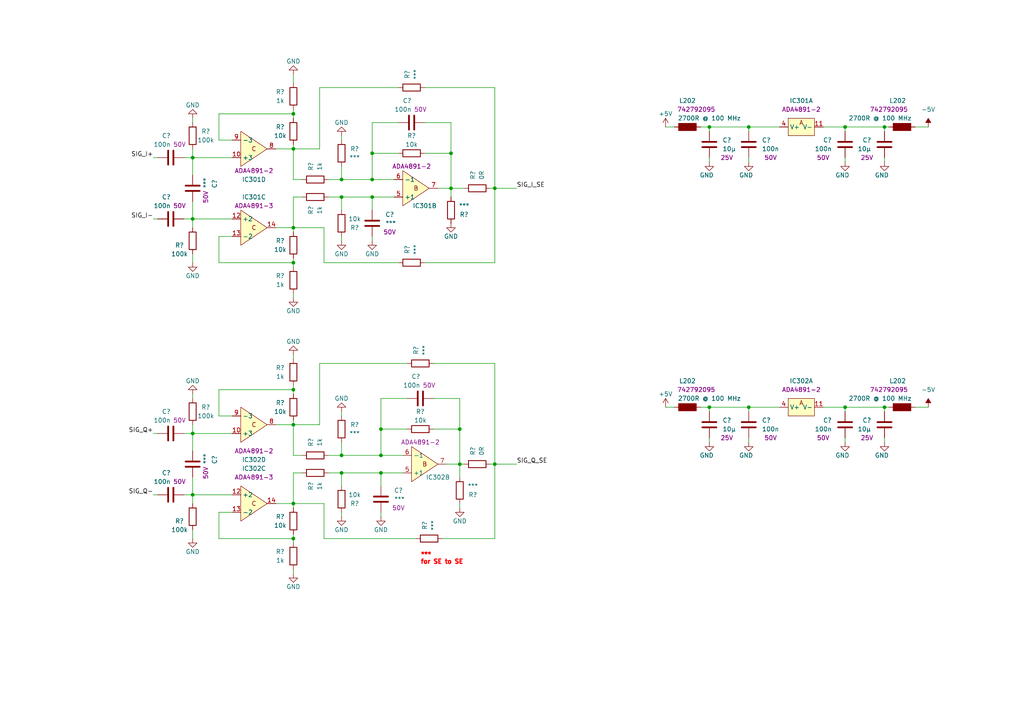
<source format=kicad_sch>
(kicad_sch (version 20230121) (generator eeschema)
  (paper "A4")
  (lib_symbols
    (symbol "ADA4891-3_1"
      (property "Reference" "IC" (at 0 10.16 0))
      (property "Part Number" "ADA4891-3" (at 0 7.62 0))
      (symbol "ADA4891-3_1_1_1"
        (rectangle (start -3.81 2.54) (end 3.81 -2.54) (fill (type background)))
        (text "A" (at 0 1.27 0) (effects (font (size 1.27 1.27))))
        (pin power_in line (at 6.35 0 180) (length 2.54) (name "V-") (number "11"))
        (pin power_in line (at -6.35 0 0) (length 2.54) (name "V+") (number "4"))
      )
      (symbol "ADA4891-3_1_2_1"
        (polyline (pts (xy -3.81 5.08) (xy -3.81 -5.08) (xy 3.81 0) (xy -3.81 5.08)) (fill (type background)))
        (text "B" (at 0 0 0) (effects (font (size 1.27 1.27))))
        (pin passive line (at -6.35 2.54 0) (length 2.54) (name "+1") (number "5"))
        (pin passive line (at -6.35 -2.54 0) (length 2.54) (name "-1") (number "6"))
        (pin passive line (at 6.35 0 180) (length 2.54) (name "") (number "7"))
      )
      (symbol "ADA4891-3_1_3_1"
        (polyline (pts (xy -3.81 5.08) (xy -3.81 -5.08) (xy 3.81 0) (xy -3.81 5.08)) (fill (type background)))
        (text "C" (at 0 0 0) (effects (font (size 1.27 1.27))))
        (pin input line (at -6.35 2.54 0) (length 2.54) (name "+2") (number "12"))
        (pin input line (at -6.35 -2.54 0) (length 2.54) (name "-2") (number "13"))
        (pin output line (at 6.35 0 180) (length 2.54) (name "") (number "14"))
      )
      (symbol "ADA4891-3_1_4_1"
        (polyline (pts (xy -3.81 5.08) (xy -3.81 -5.08) (xy 3.81 0) (xy -3.81 5.08)) (fill (type background)))
        (text "C" (at 0 0 0) (effects (font (size 1.27 1.27))))
        (pin input line (at -6.35 2.54 0) (length 2.54) (name "+3") (number "10"))
        (pin output line (at 6.35 0 180) (length 2.54) (name "") (number "8"))
        (pin input line (at -6.35 -2.54 0) (length 2.54) (name "-3") (number "9"))
      )
    )
    (symbol "ADA4891-3_2"
      (property "Reference" "IC" (at 0 10.16 0))
      (property "Part Number" "ADA4891-3" (at 0 7.62 0))
      (symbol "ADA4891-3_2_1_1"
        (rectangle (start -3.81 2.54) (end 3.81 -2.54) (fill (type background)))
        (text "A" (at 0 1.27 0) (effects (font (size 1.27 1.27))))
        (pin power_in line (at 6.35 0 180) (length 2.54) (name "V-") (number "11"))
        (pin power_in line (at -6.35 0 0) (length 2.54) (name "V+") (number "4"))
      )
      (symbol "ADA4891-3_2_2_1"
        (polyline (pts (xy -3.81 5.08) (xy -3.81 -5.08) (xy 3.81 0) (xy -3.81 5.08)) (fill (type background)))
        (text "B" (at 0 0 0) (effects (font (size 1.27 1.27))))
        (pin passive line (at -6.35 2.54 0) (length 2.54) (name "+1") (number "5"))
        (pin passive line (at -6.35 -2.54 0) (length 2.54) (name "-1") (number "6"))
        (pin passive line (at 6.35 0 180) (length 2.54) (name "") (number "7"))
      )
      (symbol "ADA4891-3_2_3_1"
        (polyline (pts (xy -3.81 5.08) (xy -3.81 -5.08) (xy 3.81 0) (xy -3.81 5.08)) (fill (type background)))
        (text "C" (at 0 0 0) (effects (font (size 1.27 1.27))))
        (pin input line (at -6.35 2.54 0) (length 2.54) (name "+2") (number "12"))
        (pin input line (at -6.35 -2.54 0) (length 2.54) (name "-2") (number "13"))
        (pin output line (at 6.35 0 180) (length 2.54) (name "") (number "14"))
      )
      (symbol "ADA4891-3_2_4_1"
        (polyline (pts (xy -3.81 5.08) (xy -3.81 -5.08) (xy 3.81 0) (xy -3.81 5.08)) (fill (type background)))
        (text "C" (at 0 0 0) (effects (font (size 1.27 1.27))))
        (pin input line (at -6.35 2.54 0) (length 2.54) (name "+3") (number "10"))
        (pin output line (at 6.35 0 180) (length 2.54) (name "") (number "8"))
        (pin input line (at -6.35 -2.54 0) (length 2.54) (name "-3") (number "9"))
      )
    )
    (symbol "BestParts_ICs:ADA4891-3"
      (property "Reference" "IC" (at 0 10.16 0))
      (property "Part Number" "ADA4891-2" (at 0 7.62 0))
      (symbol "ADA4891-3_1_1"
        (rectangle (start -3.81 2.54) (end 3.81 -2.54) (fill (type background)))
        (text "A" (at 0 1.27 0) (effects (font (size 1.27 1.27))))
        (pin power_in line (at 6.35 0 180) (length 2.54) (name "V-") (number "11"))
        (pin power_in line (at -6.35 0 0) (length 2.54) (name "V+") (number "4"))
      )
      (symbol "ADA4891-3_2_1"
        (polyline (pts (xy -3.81 5.08) (xy -3.81 -5.08) (xy 3.81 0) (xy -3.81 5.08)) (fill (type background)))
        (text "B" (at 0 0 0) (effects (font (size 1.27 1.27))))
        (pin passive line (at -6.35 2.54 0) (length 2.54) (name "+1") (number "5"))
        (pin passive line (at -6.35 -2.54 0) (length 2.54) (name "-1") (number "6"))
        (pin passive line (at 6.35 0 180) (length 2.54) (name "") (number "7"))
      )
      (symbol "ADA4891-3_3_1"
        (polyline (pts (xy -3.81 5.08) (xy -3.81 -5.08) (xy 3.81 0) (xy -3.81 5.08)) (fill (type background)))
        (text "C" (at 0 0 0) (effects (font (size 1.27 1.27))))
        (pin input line (at -6.35 2.54 0) (length 2.54) (name "+2") (number "12"))
        (pin output line (at 6.35 0 180) (length 2.54) (name "") (number "14"))
        (pin input line (at -6.35 -2.54 0) (length 2.54) (name "13") (number "6"))
      )
      (symbol "ADA4891-3_4_1"
        (polyline (pts (xy -3.81 5.08) (xy -3.81 -5.08) (xy 3.81 0) (xy -3.81 5.08)) (fill (type background)))
        (text "C" (at 0 0 0) (effects (font (size 1.27 1.27))))
        (pin input line (at -6.35 2.54 0) (length 2.54) (name "+3") (number "10"))
        (pin output line (at 6.35 0 180) (length 2.54) (name "") (number "8"))
        (pin input line (at -6.35 -2.54 0) (length 2.54) (name "-3") (number "9"))
      )
    )
    (symbol "Device:C" (pin_numbers hide) (pin_names (offset 0.254))
      (property "Reference" "C" (at 0.635 2.54 0))
      (property "Value" "C" (at 0.635 -2.54 0))
      (symbol "C_0_1"
        (polyline (pts (xy -2.032 -0.762) (xy 2.032 -0.762)) (stroke (width 0.508)))
        (polyline (pts (xy -2.032 0.762) (xy 2.032 0.762)) (stroke (width 0.508)))
      )
      (symbol "C_1_1"
        (pin passive line (at 0 3.81 270) (length 2.794) (name "~") (number "1"))
        (pin passive line (at 0 -3.81 90) (length 2.794) (name "~") (number "2"))
      )
    )
    (symbol "Device:R" (pin_numbers hide) (pin_names (offset 0))
      (property "Reference" "R" (at 2.032 0 90))
      (property "Value" "R" (at 0 0 90))
      (symbol "R_0_1"
        (rectangle (start -1.016 -2.54) (end 1.016 2.54) (stroke (width 0.254)))
      )
      (symbol "R_1_1"
        (pin passive line (at 0 3.81 270) (length 1.27) (name "~") (number "1"))
        (pin passive line (at 0 -3.81 90) (length 1.27) (name "~") (number "2"))
      )
    )
    (symbol "Ferrit_1" (pin_numbers hide)
      (property "Reference" "L" (at 0 2.54 0))
      (symbol "Ferrit_1_1_1"
        (rectangle (start -2.54 1.016) (end 2.54 -1.016) (stroke (width 0.254)) (fill (type outline)))
        (pin passive line (at -3.81 0 0) (length 1.27) (name "") (number "1"))
        (pin passive line (at 3.81 0 180) (length 1.27) (name "") (number "2"))
      )
    )
    (symbol "power:+5V" (power) (pin_names (offset 0))
      (property "Value" "+5V" (at 0 3.556 0))
      (symbol "+5V_0_1"
        (polyline (pts (xy -0.762 1.27) (xy 0 2.54)))
        (polyline (pts (xy 0 0) (xy 0 2.54)))
        (polyline (pts (xy 0 2.54) (xy 0.762 1.27)))
      )
      (symbol "+5V_1_1"
        (pin power_in line (at 0 0 90) (length 0) hide (name "+5V") (number "1"))
      )
    )
    (symbol "power:-5V" (power) (pin_names (offset 0))
      (property "Value" "-5V" (at 0 3.81 0))
      (symbol "-5V_0_0"
        (pin power_in line (at 0 0 90) (length 0) hide (name "-5V") (number "1"))
      )
      (symbol "-5V_0_1"
        (polyline (pts (xy 0 0) (xy 0 1.27) (xy 0.762 1.27) (xy 0 2.54) (xy -0.762 1.27) (xy 0 1.27)) (fill (type outline)))
      )
    )
    (symbol "power:GND" (power) (pin_names (offset 0))
      (property "Value" "GND" (at 0 -3.81 0))
      (symbol "GND_0_1"
        (polyline (pts (xy 0 0) (xy 0 -1.27) (xy 1.27 -1.27) (xy 0 -2.54) (xy -1.27 -1.27) (xy 0 -1.27)))
      )
      (symbol "GND_1_1"
        (pin power_in line (at 0 0 270) (length 0) hide (name "GND") (number "1"))
      )
    )
  )
  (junction (at 99.06 132.08))
  (junction (at 143.51 134.62))
  (junction (at 107.95 57.15))
  (junction (at 107.95 44.45))
  (junction (at 110.49 124.46))
  (junction (at 99.06 57.15))
  (junction (at 85.09 66.04))
  (junction (at 133.35 124.46))
  (junction (at 85.09 43.18))
  (junction (at 107.95 52.07))
  (junction (at 130.81 44.45))
  (junction (at 256.54 36.83))
  (junction (at 205.74 118.11))
  (junction (at 85.09 123.19))
  (junction (at 217.17 36.83))
  (junction (at 245.11 36.83))
  (junction (at 143.51 54.61))
  (junction (at 256.54 118.11))
  (junction (at 99.06 137.16))
  (junction (at 55.88 143.51))
  (junction (at 245.11 118.11))
  (junction (at 55.88 45.72))
  (junction (at 99.06 52.07))
  (junction (at 133.35 134.62))
  (junction (at 85.09 146.05))
  (junction (at 85.09 76.2))
  (junction (at 217.17 118.11))
  (junction (at 55.88 125.73))
  (junction (at 85.09 113.03))
  (junction (at 85.09 33.02))
  (junction (at 85.09 156.21))
  (junction (at 130.81 54.61))
  (junction (at 205.74 36.83))
  (junction (at 110.49 132.08))
  (junction (at 55.88 63.5))
  (junction (at 110.49 137.16))
  (wire (pts (xy 63.5 33.02) (xy 63.5 40.64)))
  (wire (pts (xy 107.95 44.45) (xy 107.95 52.07)))
  (wire (pts (xy 85.09 154.94) (xy 85.09 156.21)))
  (wire (pts (xy 85.09 165.1) (xy 85.09 166.37)))
  (wire (pts (xy 217.17 128.27) (xy 217.17 127)))
  (wire (pts (xy 123.19 35.56) (xy 130.81 35.56)))
  (wire (pts (xy 110.49 115.57) (xy 110.49 124.46)))
  (wire (pts (xy 85.09 43.18) (xy 85.09 52.07)))
  (wire (pts (xy 63.5 76.2) (xy 85.09 76.2)))
  (wire (pts (xy 80.01 146.05) (xy 85.09 146.05)))
  (wire (pts (xy 95.25 57.15) (xy 99.06 57.15)))
  (wire (pts (xy 80.01 66.04) (xy 85.09 66.04)))
  (wire (pts (xy 143.51 134.62) (xy 149.86 134.62)))
  (wire (pts (xy 55.88 43.18) (xy 55.88 45.72)))
  (wire (pts (xy 85.09 113.03) (xy 85.09 114.3)))
  (wire (pts (xy 133.35 134.62) (xy 134.62 134.62)))
  (wire (pts (xy 133.35 124.46) (xy 133.35 134.62)))
  (wire (pts (xy 265.43 118.11) (xy 269.24 118.11)))
  (wire (pts (xy 217.17 118.11) (xy 226.06 118.11)))
  (wire (pts (xy 80.01 123.19) (xy 85.09 123.19)))
  (wire (pts (xy 63.5 156.21) (xy 85.09 156.21)))
  (wire (pts (xy 245.11 36.83) (xy 245.11 38.1)))
  (wire (pts (xy 55.88 143.51) (xy 55.88 146.05)))
  (wire (pts (xy 55.88 45.72) (xy 67.31 45.72)))
  (wire (pts (xy 143.51 54.61) (xy 149.86 54.61)))
  (wire (pts (xy 55.88 45.72) (xy 55.88 50.8)))
  (wire (pts (xy 44.45 45.72) (xy 45.72 45.72)))
  (wire (pts (xy 63.5 148.59) (xy 67.31 148.59)))
  (wire (pts (xy 99.06 39.37) (xy 99.06 40.64)))
  (wire (pts (xy 107.95 52.07) (xy 114.3 52.07)))
  (wire (pts (xy 205.74 36.83) (xy 217.17 36.83)))
  (wire (pts (xy 95.25 137.16) (xy 99.06 137.16)))
  (wire (pts (xy 85.09 74.93) (xy 85.09 76.2)))
  (wire (pts (xy 130.81 54.61) (xy 130.81 57.15)))
  (wire (pts (xy 110.49 124.46) (xy 110.49 132.08)))
  (wire (pts (xy 85.09 57.15) (xy 85.09 66.04)))
  (wire (pts (xy 193.04 36.83) (xy 195.58 36.83)))
  (wire (pts (xy 55.88 114.3) (xy 55.88 115.57)))
  (wire (pts (xy 85.09 41.91) (xy 85.09 43.18)))
  (wire (pts (xy 129.54 134.62) (xy 133.35 134.62)))
  (wire (pts (xy 217.17 118.11) (xy 217.17 119.38)))
  (wire (pts (xy 55.88 63.5) (xy 67.31 63.5)))
  (wire (pts (xy 63.5 148.59) (xy 63.5 156.21)))
  (wire (pts (xy 63.5 40.64) (xy 67.31 40.64)))
  (wire (pts (xy 123.19 44.45) (xy 130.81 44.45)))
  (wire (pts (xy 93.98 156.21) (xy 120.65 156.21)))
  (wire (pts (xy 53.34 45.72) (xy 55.88 45.72)))
  (wire (pts (xy 143.51 54.61) (xy 143.51 76.2)))
  (wire (pts (xy 92.71 25.4) (xy 115.57 25.4)))
  (wire (pts (xy 256.54 128.27) (xy 256.54 127)))
  (wire (pts (xy 245.11 118.11) (xy 245.11 119.38)))
  (wire (pts (xy 95.25 132.08) (xy 99.06 132.08)))
  (wire (pts (xy 85.09 121.92) (xy 85.09 123.19)))
  (wire (pts (xy 55.88 153.67) (xy 55.88 156.21)))
  (wire (pts (xy 130.81 44.45) (xy 130.81 54.61)))
  (wire (pts (xy 53.34 125.73) (xy 55.88 125.73)))
  (wire (pts (xy 99.06 48.26) (xy 99.06 52.07)))
  (wire (pts (xy 205.74 118.11) (xy 217.17 118.11)))
  (wire (pts (xy 53.34 63.5) (xy 55.88 63.5)))
  (wire (pts (xy 93.98 146.05) (xy 93.98 156.21)))
  (wire (pts (xy 130.81 35.56) (xy 130.81 44.45)))
  (wire (pts (xy 127 54.61) (xy 130.81 54.61)))
  (wire (pts (xy 123.19 25.4) (xy 143.51 25.4)))
  (wire (pts (xy 99.06 68.58) (xy 99.06 69.85)))
  (wire (pts (xy 245.11 118.11) (xy 256.54 118.11)))
  (wire (pts (xy 110.49 137.16) (xy 110.49 140.97)))
  (wire (pts (xy 203.2 118.11) (xy 205.74 118.11)))
  (wire (pts (xy 85.09 146.05) (xy 93.98 146.05)))
  (wire (pts (xy 256.54 46.99) (xy 256.54 45.72)))
  (wire (pts (xy 238.76 118.11) (xy 245.11 118.11)))
  (wire (pts (xy 107.95 35.56) (xy 107.95 44.45)))
  (wire (pts (xy 44.45 143.51) (xy 45.72 143.51)))
  (wire (pts (xy 99.06 52.07) (xy 107.95 52.07)))
  (wire (pts (xy 107.95 57.15) (xy 107.95 60.96)))
  (wire (pts (xy 203.2 36.83) (xy 205.74 36.83)))
  (wire (pts (xy 55.88 125.73) (xy 55.88 130.81)))
  (wire (pts (xy 110.49 132.08) (xy 116.84 132.08)))
  (wire (pts (xy 85.09 57.15) (xy 87.63 57.15)))
  (wire (pts (xy 99.06 137.16) (xy 110.49 137.16)))
  (wire (pts (xy 133.35 134.62) (xy 133.35 138.43)))
  (wire (pts (xy 123.19 76.2) (xy 143.51 76.2)))
  (wire (pts (xy 107.95 44.45) (xy 115.57 44.45)))
  (wire (pts (xy 110.49 148.59) (xy 110.49 149.86)))
  (wire (pts (xy 265.43 36.83) (xy 269.24 36.83)))
  (wire (pts (xy 85.09 132.08) (xy 87.63 132.08)))
  (wire (pts (xy 55.88 63.5) (xy 55.88 66.04)))
  (wire (pts (xy 99.06 132.08) (xy 110.49 132.08)))
  (wire (pts (xy 92.71 105.41) (xy 118.11 105.41)))
  (wire (pts (xy 55.88 73.66) (xy 55.88 76.2)))
  (wire (pts (xy 99.06 57.15) (xy 99.06 60.96)))
  (wire (pts (xy 217.17 36.83) (xy 217.17 38.1)))
  (wire (pts (xy 99.06 148.59) (xy 99.06 149.86)))
  (wire (pts (xy 125.73 105.41) (xy 143.51 105.41)))
  (wire (pts (xy 205.74 128.27) (xy 205.74 127)))
  (wire (pts (xy 99.06 119.38) (xy 99.06 120.65)))
  (wire (pts (xy 63.5 68.58) (xy 67.31 68.58)))
  (wire (pts (xy 99.06 57.15) (xy 107.95 57.15)))
  (wire (pts (xy 55.88 138.43) (xy 55.88 143.51)))
  (wire (pts (xy 99.06 137.16) (xy 99.06 140.97)))
  (wire (pts (xy 143.51 25.4) (xy 143.51 54.61)))
  (wire (pts (xy 55.88 143.51) (xy 67.31 143.51)))
  (wire (pts (xy 217.17 46.99) (xy 217.17 45.72)))
  (wire (pts (xy 85.09 123.19) (xy 85.09 132.08)))
  (wire (pts (xy 85.09 85.09) (xy 85.09 86.36)))
  (wire (pts (xy 85.09 31.75) (xy 85.09 33.02)))
  (wire (pts (xy 55.88 58.42) (xy 55.88 63.5)))
  (wire (pts (xy 110.49 137.16) (xy 116.84 137.16)))
  (wire (pts (xy 63.5 113.03) (xy 63.5 120.65)))
  (wire (pts (xy 85.09 123.19) (xy 92.71 123.19)))
  (wire (pts (xy 142.24 54.61) (xy 143.51 54.61)))
  (wire (pts (xy 107.95 57.15) (xy 114.3 57.15)))
  (wire (pts (xy 93.98 76.2) (xy 115.57 76.2)))
  (wire (pts (xy 85.09 156.21) (xy 85.09 157.48)))
  (wire (pts (xy 85.09 66.04) (xy 85.09 67.31)))
  (wire (pts (xy 205.74 118.11) (xy 205.74 119.38)))
  (wire (pts (xy 193.04 118.11) (xy 195.58 118.11)))
  (wire (pts (xy 63.5 68.58) (xy 63.5 76.2)))
  (wire (pts (xy 238.76 36.83) (xy 245.11 36.83)))
  (wire (pts (xy 143.51 134.62) (xy 143.51 156.21)))
  (wire (pts (xy 256.54 36.83) (xy 257.81 36.83)))
  (wire (pts (xy 130.81 54.61) (xy 134.62 54.61)))
  (wire (pts (xy 125.73 115.57) (xy 133.35 115.57)))
  (wire (pts (xy 55.88 123.19) (xy 55.88 125.73)))
  (wire (pts (xy 63.5 120.65) (xy 67.31 120.65)))
  (wire (pts (xy 256.54 118.11) (xy 257.81 118.11)))
  (wire (pts (xy 92.71 105.41) (xy 92.71 123.19)))
  (wire (pts (xy 53.34 143.51) (xy 55.88 143.51)))
  (wire (pts (xy 110.49 124.46) (xy 118.11 124.46)))
  (wire (pts (xy 85.09 137.16) (xy 87.63 137.16)))
  (wire (pts (xy 55.88 34.29) (xy 55.88 35.56)))
  (wire (pts (xy 85.09 66.04) (xy 93.98 66.04)))
  (wire (pts (xy 256.54 118.11) (xy 256.54 119.38)))
  (wire (pts (xy 55.88 125.73) (xy 67.31 125.73)))
  (wire (pts (xy 85.09 111.76) (xy 85.09 113.03)))
  (wire (pts (xy 125.73 124.46) (xy 133.35 124.46)))
  (wire (pts (xy 85.09 43.18) (xy 92.71 43.18)))
  (wire (pts (xy 133.35 115.57) (xy 133.35 124.46)))
  (wire (pts (xy 99.06 128.27) (xy 99.06 132.08)))
  (wire (pts (xy 143.51 105.41) (xy 143.51 134.62)))
  (wire (pts (xy 85.09 52.07) (xy 87.63 52.07)))
  (wire (pts (xy 107.95 68.58) (xy 107.95 69.85)))
  (wire (pts (xy 63.5 33.02) (xy 85.09 33.02)))
  (wire (pts (xy 128.27 156.21) (xy 143.51 156.21)))
  (wire (pts (xy 93.98 66.04) (xy 93.98 76.2)))
  (wire (pts (xy 110.49 115.57) (xy 118.11 115.57)))
  (wire (pts (xy 85.09 76.2) (xy 85.09 77.47)))
  (wire (pts (xy 205.74 36.83) (xy 205.74 38.1)))
  (wire (pts (xy 63.5 113.03) (xy 85.09 113.03)))
  (wire (pts (xy 245.11 36.83) (xy 256.54 36.83)))
  (wire (pts (xy 85.09 146.05) (xy 85.09 147.32)))
  (wire (pts (xy 256.54 36.83) (xy 256.54 38.1)))
  (wire (pts (xy 245.11 46.99) (xy 245.11 45.72)))
  (wire (pts (xy 85.09 137.16) (xy 85.09 146.05)))
  (wire (pts (xy 95.25 52.07) (xy 99.06 52.07)))
  (wire (pts (xy 85.09 21.59) (xy 85.09 24.13)))
  (wire (pts (xy 107.95 35.56) (xy 115.57 35.56)))
  (wire (pts (xy 92.71 25.4) (xy 92.71 43.18)))
  (wire (pts (xy 133.35 146.05) (xy 133.35 147.32)))
  (wire (pts (xy 217.17 36.83) (xy 226.06 36.83)))
  (wire (pts (xy 85.09 102.87) (xy 85.09 104.14)))
  (wire (pts (xy 44.45 63.5) (xy 45.72 63.5)))
  (wire (pts (xy 142.24 134.62) (xy 143.51 134.62)))
  (wire (pts (xy 44.45 125.73) (xy 45.72 125.73)))
  (wire (pts (xy 205.74 46.99) (xy 205.74 45.72)))
  (wire (pts (xy 80.01 43.18) (xy 85.09 43.18)))
  (wire (pts (xy 245.11 128.27) (xy 245.11 127)))
  (wire (pts (xy 85.09 33.02) (xy 85.09 34.29)))
  (text "***\nfor SE to SE" (at 121.92 163.83 0) (effects (font (size 1.27 1.27) (thickness 0.4) bold) (justify left bottom)))
  (label "SIG_I_SE" (at 149.86 54.61 0))
  (label "SIG_I+" (at 44.45 45.72 180))
  (label "SIG_I-" (at 44.45 63.5 180))
  (label "SIG_Q+" (at 44.45 125.73 180))
  (label "SIG_Q-" (at 44.45 143.51 180))
  (label "SIG_Q_SE" (at 149.86 134.62 0))
  (symbol (lib_name "ADA4891-3_1") (lib_id "BestParts_ICs:ADA4891-3") (at 73.66 66.04 0) (unit 3)
    (property "Reference" "IC301" (at 73.66 57.15 0))
    (property "Value" "ADA4891-3" (effects hide))
    (property "Footprint" "BestParts_ICs:ADA4891-4 - SOIC-14" (effects hide))
    (property "Part Number" "ADA4891-3" (at 73.66 59.69 0))
    (property "Manufacturer" "Analog Devices" (effects hide))
  )
  (symbol (lib_name "Ferrit_1") (lib_id "BestParts_Inductors:Ferrit") (at 199.39 36.83 0) (unit 1)
    (property "Reference" "L202" (at 199.39 29.21 0))
    (property "Value" "2700R @ 100 MHz" (at 205.74 34.29 0))
    (property "Footprint" "BestParts_Resistors:R_0805" (effects hide))
    (property "Part Number" "742792095" (at 201.93 31.75 0))
    (instances (project "Analog_Calc_V2" (path "" (reference "L202") (unit 1)) (path "" (reference "L302") (unit 1))))
  )
  (symbol (lib_id "power:GND") (at 85.09 21.59 180) (unit 1)
    (property "Reference" "#PWR0313" (effects hide))
    (property "Value" "GND" (at 85.09 17.78 0))
  )
  (symbol (lib_id "Device:R") (at 99.06 124.46 0) (mirror x) (unit 1)
    (property "Reference" "R?" (at 102.87 123.19 0))
    (property "Value" "***" (at 102.87 125.73 0))
    (property "Footprint" "BestParts_Resistors:R_0603" (effects hide))
    (property "Part Number" "Generic" (effects hide))
    (instances (project "Analog_Calc_V2" (path "" (reference "R?") (unit 1)) (path "" (reference "R326") (unit 1))))
  )
  (symbol (lib_name "ADA4891-3_2") (lib_id "BestParts_ICs:ADA4891-3") (at 73.66 146.05 0) (unit 3)
    (property "Reference" "IC302" (at 73.66 135.89 0))
    (property "Value" "ADA4891-3" (effects hide))
    (property "Footprint" "BestParts_ICs:ADA4891-4 - SOIC-14" (effects hide))
    (property "Part Number" "ADA4891-3" (at 73.66 138.43 0))
    (property "Manufacturer" "Analog Devices" (effects hide))
  )
  (symbol (lib_id "power:GND") (at 205.74 46.99 0) (unit 1)
    (property "Reference" "#PWR0205" (effects hide))
    (property "Value" "GND" (at 207.01 50.8 0) (effects (justify right)))
    (instances (project "Analog_Calc_V2" (path "" (reference "#PWR0205") (unit 1)) (path "" (reference "#PWR0303") (unit 1))))
  )
  (symbol (lib_id "Device:C") (at 110.49 144.78 0) (mirror x) (unit 1)
    (property "Reference" "C?" (at 114.3 142.24 0) (effects (justify left)))
    (property "Value" "***" (at 114.3 144.78 0) (effects (justify left)))
    (property "Footprint" "BestParts_Caps:C_0603" (effects hide))
    (property "Voltage" "50V" (at 115.57 147.32 0))
    (instances (project "Analog_Calc_V2" (path "" (reference "C?") (unit 1)) (path "" (reference "C317") (unit 1))))
  )
  (symbol (lib_id "power:GND") (at 99.06 149.86 0) (unit 1)
    (property "Reference" "#PWR0321" (effects hide))
    (property "Value" "GND" (at 99.06 153.67 0))
  )
  (symbol (lib_id "Device:C") (at 205.74 123.19 0) (unit 1)
    (property "Reference" "C?" (at 209.55 121.92 0) (effects (justify left)))
    (property "Value" "10µ" (at 209.55 124.46 0) (effects (justify left)))
    (property "Footprint" "BestParts_Caps:C_0603" (effects hide))
    (property "Voltage" "25V" (at 210.82 127 0))
    (instances (project "Analog_Calc_V2" (path "" (reference "C?") (unit 1)) (path "" (reference "C402") (unit 1)) (path "" (reference "C305") (unit 1))))
  )
  (symbol (lib_id "Device:C") (at 49.53 63.5 90) (unit 1)
    (property "Reference" "C?" (at 49.53 57.15 90) (effects (justify left)))
    (property "Value" "100n" (at 49.53 59.69 90) (effects (justify left)))
    (property "Footprint" "BestParts_Caps:C_0603" (effects hide))
    (property "Voltage" "50V" (at 52.07 59.69 90))
    (instances (project "Analog_Calc_V2" (path "" (reference "C?") (unit 1)) (path "" (reference "C310") (unit 1))))
  )
  (symbol (lib_id "Device:R") (at 91.44 137.16 270) (unit 1)
    (property "Reference" "R?" (at 90.17 140.97 0))
    (property "Value" "1k" (at 92.71 140.97 0))
    (property "Footprint" "BestParts_Resistors:R_0603" (effects hide))
    (property "Part Number" "Generic" (effects hide))
    (instances (project "Analog_Calc_V2" (path "" (reference "R?") (unit 1)) (path "" (reference "R317") (unit 1))))
  )
  (symbol (lib_id "Device:R") (at 121.92 105.41 270) (mirror x) (unit 1)
    (property "Reference" "R?" (at 120.65 101.6 0))
    (property "Value" "***" (at 123.19 101.6 0))
    (property "Footprint" "BestParts_Resistors:R_0603" (effects hide))
    (property "Part Number" "Generic" (effects hide))
    (instances (project "Analog_Calc_V2" (path "" (reference "R?") (unit 1)) (path "" (reference "R322") (unit 1))))
  )
  (symbol (lib_id "power:GND") (at 256.54 128.27 0) (unit 1)
    (property "Reference" "#PWR0205" (effects hide))
    (property "Value" "GND" (at 257.81 132.08 0) (effects (justify right)))
    (instances (project "Analog_Calc_V2" (path "" (reference "#PWR0205") (unit 1)) (path "" (reference "#PWR0312") (unit 1))))
  )
  (symbol (lib_id "power:GND") (at 130.81 64.77 0) (unit 1)
    (property "Reference" "#PWR0328" (effects hide))
    (property "Value" "GND" (at 130.81 68.58 0))
  )
  (symbol (lib_id "Device:R") (at 55.88 149.86 180) (unit 1)
    (property "Reference" "R?" (at 52.07 151.13 0))
    (property "Value" "100k" (at 52.07 153.67 0))
    (property "Footprint" "BestParts_Resistors:R_0603" (effects hide))
    (property "Part Number" "Generic" (effects hide))
    (instances (project "Analog_Calc_V2" (path "" (reference "R?") (unit 1)) (path "" (reference "R319") (unit 1))))
  )
  (symbol (lib_id "Device:C") (at 119.38 35.56 90) (unit 1)
    (property "Reference" "C?" (at 119.38 29.21 90) (effects (justify left)))
    (property "Value" "100n" (at 119.38 31.75 90) (effects (justify left)))
    (property "Footprint" "BestParts_Caps:C_0603" (effects hide))
    (property "Voltage" "50V" (at 121.92 31.75 90))
    (instances (project "Analog_Calc_V2" (path "" (reference "C?") (unit 1)) (path "" (reference "C312") (unit 1))))
  )
  (symbol (lib_id "Device:R") (at 91.44 132.08 270) (mirror x) (unit 1)
    (property "Reference" "R?" (at 90.17 128.27 0))
    (property "Value" "1k" (at 92.71 128.27 0))
    (property "Footprint" "BestParts_Resistors:R_0603" (effects hide))
    (property "Part Number" "Generic" (effects hide))
    (instances (project "Analog_Calc_V2" (path "" (reference "R?") (unit 1)) (path "" (reference "R316") (unit 1))))
  )
  (symbol (lib_id "power:GND") (at 55.88 114.3 180) (unit 1)
    (property "Reference" "#PWR0320" (effects hide))
    (property "Value" "GND" (at 55.88 110.49 0))
  )
  (symbol (lib_id "Device:R") (at 99.06 44.45 0) (mirror x) (unit 1)
    (property "Reference" "R?" (at 102.87 43.18 0))
    (property "Value" "***" (at 102.87 45.72 0))
    (property "Footprint" "BestParts_Resistors:R_0603" (effects hide))
    (property "Part Number" "Generic" (effects hide))
    (instances (project "Analog_Calc_V2" (path "" (reference "R?") (unit 1)) (path "" (reference "R330") (unit 1))))
  )
  (symbol (lib_id "Device:R") (at 85.09 71.12 180) (unit 1)
    (property "Reference" "R?" (at 81.28 69.85 0))
    (property "Value" "10k" (at 81.28 72.39 0))
    (property "Footprint" "BestParts_Resistors:R_0603" (effects hide))
    (property "Part Number" "Generic" (effects hide))
    (instances (project "Analog_Calc_V2" (path "" (reference "R?") (unit 1)) (path "" (reference "R303") (unit 1))))
  )
  (symbol (lib_id "Device:R") (at 55.88 119.38 0) (mirror x) (unit 1)
    (property "Reference" "R?" (at 59.69 118.11 0))
    (property "Value" "100k" (at 59.69 120.65 0))
    (property "Footprint" "BestParts_Resistors:R_0603" (effects hide))
    (property "Part Number" "Generic" (effects hide))
    (instances (project "Analog_Calc_V2" (path "" (reference "R?") (unit 1)) (path "" (reference "R314") (unit 1))))
  )
  (symbol (lib_id "Device:R") (at 85.09 81.28 180) (unit 1)
    (property "Reference" "R?" (at 81.28 80.01 0))
    (property "Value" "1k" (at 81.28 82.55 0))
    (property "Footprint" "BestParts_Resistors:R_0603" (effects hide))
    (property "Part Number" "Generic" (effects hide))
    (instances (project "Analog_Calc_V2" (path "" (reference "R?") (unit 1)) (path "" (reference "R304") (unit 1))))
  )
  (symbol (lib_id "Device:R") (at 124.46 156.21 270) (mirror x) (unit 1)
    (property "Reference" "R?" (at 123.19 152.4 0))
    (property "Value" "***" (at 125.73 152.4 0))
    (property "Footprint" "BestParts_Resistors:R_0603" (effects hide))
    (property "Part Number" "Generic" (effects hide))
    (instances (project "Analog_Calc_V2" (path "" (reference "R?") (unit 1)) (path "" (reference "R323") (unit 1))))
  )
  (symbol (lib_id "Device:C") (at 205.74 41.91 0) (unit 1)
    (property "Reference" "C?" (at 209.55 40.64 0) (effects (justify left)))
    (property "Value" "10µ" (at 209.55 43.18 0) (effects (justify left)))
    (property "Footprint" "BestParts_Caps:C_0603" (effects hide))
    (property "Voltage" "25V" (at 210.82 45.72 0))
    (instances (project "Analog_Calc_V2" (path "" (reference "C?") (unit 1)) (path "" (reference "C402") (unit 1)) (path "" (reference "C301") (unit 1))))
  )
  (symbol (lib_id "Device:R") (at -55.88 118.11 90) (unit 1)
    (property "Reference" "R?" (at -57.15 115.57 90))
    (property "Value" "1k" (at -53.34 115.57 90))
    (property "Footprint" "BestParts_Resistors:R_0603" (effects hide))
    (property "Part Number" "Generic" (effects hide))
    (instances (project "Analog_Calc_V2" (path "" (reference "R?") (unit 1)) (path "" (reference "R313") (unit 1))))
  )
  (symbol (lib_id "Device:R") (at 91.44 57.15 270) (unit 1)
    (property "Reference" "R?" (at 90.17 60.96 0))
    (property "Value" "1k" (at 92.71 60.96 0))
    (property "Footprint" "BestParts_Resistors:R_0603" (effects hide))
    (property "Part Number" "Generic" (effects hide))
    (instances (project "Analog_Calc_V2" (path "" (reference "R?") (unit 1)) (path "" (reference "R307") (unit 1))))
  )
  (symbol (lib_id "power:GND") (at 55.88 76.2 0) (unit 1)
    (property "Reference" "#PWR0317" (effects hide))
    (property "Value" "GND" (at 55.88 80.01 0))
  )
  (symbol (lib_id "Device:R") (at 133.35 142.24 0) (unit 1)
    (property "Reference" "R?" (at 137.16 143.51 0))
    (property "Value" "***" (at 137.16 140.97 0))
    (property "Footprint" "BestParts_Resistors:R_0603" (effects hide))
    (property "Part Number" "Generic" (effects hide))
    (instances (project "Analog_Calc_V2" (path "" (reference "R?") (unit 1)) (path "" (reference "R325") (unit 1))))
  )
  (symbol (lib_id "Device:C") (at 256.54 123.19 0) (mirror y) (unit 1)
    (property "Reference" "C?" (at 252.73 121.92 0) (effects (justify left)))
    (property "Value" "10µ" (at 252.73 124.46 0) (effects (justify left)))
    (property "Footprint" "BestParts_Caps:C_0603" (effects hide))
    (property "Voltage" "25V" (at 251.46 127 0))
    (instances (project "Analog_Calc_V2" (path "" (reference "C?") (unit 1)) (path "" (reference "C402") (unit 1)) (path "" (reference "C308") (unit 1))))
  )
  (symbol (lib_id "Device:C") (at 49.53 143.51 90) (unit 1)
    (property "Reference" "C?" (at 49.53 137.16 90) (effects (justify left)))
    (property "Value" "100n" (at 49.53 139.7 90) (effects (justify left)))
    (property "Footprint" "BestParts_Caps:C_0603" (effects hide))
    (property "Voltage" "50V" (at 52.07 139.7 90))
    (instances (project "Analog_Calc_V2" (path "" (reference "C?") (unit 1)) (path "" (reference "C316") (unit 1))))
  )
  (symbol (lib_id "power:GND") (at 85.09 86.36 0) (unit 1)
    (property "Reference" "#PWR0314" (effects hide))
    (property "Value" "GND" (at 85.09 90.17 0))
  )
  (symbol (lib_id "BestParts_ICs:ADA4891-3") (at 232.41 36.83 0) (unit 1)
    (property "Reference" "IC301" (at 232.41 29.21 0))
    (property "Value" "ADA4891-3" (effects hide))
    (property "Footprint" "BestParts_ICs:ADA4891-4 - SOIC-14" (effects hide))
    (property "Part Number" "ADA4891-2" (at 232.41 31.75 0))
    (property "Manufacturer" "Analog Devices" (effects hide))
  )
  (symbol (lib_id "power:GND") (at 217.17 46.99 0) (unit 1)
    (property "Reference" "#PWR0205" (effects hide))
    (property "Value" "GND" (at 218.44 50.8 0) (effects (justify right)))
    (instances (project "Analog_Calc_V2" (path "" (reference "#PWR0205") (unit 1)) (path "" (reference "#PWR0304") (unit 1))))
  )
  (symbol (lib_id "Device:C") (at 217.17 123.19 0) (unit 1)
    (property "Reference" "C?" (at 220.98 121.92 0) (effects (justify left)))
    (property "Value" "100n" (at 220.98 124.46 0) (effects (justify left)))
    (property "Footprint" "BestParts_Caps:C_0603" (effects hide))
    (property "Voltage" "50V" (at 223.52 127 0))
    (instances (project "Analog_Calc_V2" (path "" (reference "C?") (unit 1)) (path "" (reference "C403") (unit 1)) (path "" (reference "C306") (unit 1))))
  )
  (symbol (lib_id "Device:R") (at 85.09 38.1 180) (unit 1)
    (property "Reference" "R?" (at 81.28 36.83 0))
    (property "Value" "10k" (at 81.28 39.37 0))
    (property "Footprint" "BestParts_Resistors:R_0603" (effects hide))
    (property "Part Number" "Generic" (effects hide))
    (instances (project "Analog_Calc_V2" (path "" (reference "R?") (unit 1)) (path "" (reference "R305") (unit 1))))
  )
  (symbol (lib_id "Device:R") (at 138.43 54.61 270) (mirror x) (unit 1)
    (property "Reference" "R?" (at 137.16 50.8 0))
    (property "Value" "0R" (at 139.7 50.8 0))
    (property "Footprint" "BestParts_Resistors:R_0603" (effects hide))
    (property "Part Number" "Generic" (effects hide))
    (instances (project "Analog_Calc_V2" (path "" (reference "R?") (unit 1)) (path "" (reference "R327") (unit 1))))
  )
  (symbol (lib_id "Device:R") (at 85.09 27.94 180) (unit 1)
    (property "Reference" "R?" (at 81.28 26.67 0))
    (property "Value" "1k" (at 81.28 29.21 0))
    (property "Footprint" "BestParts_Resistors:R_0603" (effects hide))
    (property "Part Number" "Generic" (effects hide))
    (instances (project "Analog_Calc_V2" (path "" (reference "R?") (unit 1)) (path "" (reference "R306") (unit 1))))
  )
  (symbol (lib_id "BestParts_ICs:ADA4891-3") (at 123.19 134.62 0) (mirror x) (unit 2)
    (property "Reference" "IC302" (at 127 138.43 0))
    (property "Value" "ADA4891-3" (effects hide))
    (property "Footprint" "BestParts_ICs:ADA4891-4 - SOIC-14" (effects hide))
    (property "Part Number" "ADA4891-2" (at 121.92 128.27 0))
    (property "Manufacturer" "Analog Devices" (effects hide))
  )
  (symbol (lib_id "Device:C") (at 49.53 125.73 90) (unit 1)
    (property "Reference" "C?" (at 49.53 119.38 90) (effects (justify left)))
    (property "Value" "100n" (at 49.53 121.92 90) (effects (justify left)))
    (property "Footprint" "BestParts_Caps:C_0603" (effects hide))
    (property "Voltage" "50V" (at 52.07 121.92 90))
    (instances (project "Analog_Calc_V2" (path "" (reference "C?") (unit 1)) (path "" (reference "C315") (unit 1))))
  )
  (symbol (lib_id "power:GND") (at 245.11 128.27 0) (unit 1)
    (property "Reference" "#PWR0205" (effects hide))
    (property "Value" "GND" (at 246.38 132.08 0) (effects (justify right)))
    (instances (project "Analog_Calc_V2" (path "" (reference "#PWR0205") (unit 1)) (path "" (reference "#PWR0311") (unit 1))))
  )
  (symbol (lib_id "Device:R") (at 121.92 124.46 90) (unit 1)
    (property "Reference" "R?" (at 121.92 119.38 90))
    (property "Value" "10k" (at 121.92 121.92 90))
    (property "Footprint" "BestParts_Resistors:R_0603" (effects hide))
    (property "Part Number" "Generic" (effects hide))
    (instances (project "Analog_Calc_V2" (path "" (reference "R?") (unit 1)) (path "" (reference "R315") (unit 1))))
  )
  (symbol (lib_id "Device:R") (at 119.38 76.2 270) (mirror x) (unit 1)
    (property "Reference" "R?" (at 118.11 72.39 0))
    (property "Value" "***" (at 120.65 72.39 0))
    (property "Footprint" "BestParts_Resistors:R_0603" (effects hide))
    (property "Part Number" "Generic" (effects hide))
    (instances (project "Analog_Calc_V2" (path "" (reference "R?") (unit 1)) (path "" (reference "R329") (unit 1))))
  )
  (symbol (lib_id "power:GND") (at 256.54 46.99 0) (unit 1)
    (property "Reference" "#PWR0205" (effects hide))
    (property "Value" "GND" (at 257.81 50.8 0) (effects (justify right)))
    (instances (project "Analog_Calc_V2" (path "" (reference "#PWR0205") (unit 1)) (path "" (reference "#PWR0306") (unit 1))))
  )
  (symbol (lib_name "Ferrit_1") (lib_id "BestParts_Inductors:Ferrit") (at 261.62 36.83 0) (unit 1)
    (property "Reference" "L202" (at 260.35 29.21 0))
    (property "Value" "2700R @ 100 MHz" (at 255.27 34.29 0))
    (property "Footprint" "BestParts_Resistors:R_0805" (effects hide))
    (property "Part Number" "742792095" (at 257.81 31.75 0))
    (instances (project "Analog_Calc_V2" (path "" (reference "L202") (unit 1)) (path "" (reference "L301") (unit 1))))
  )
  (symbol (lib_id "Device:C") (at 217.17 41.91 0) (unit 1)
    (property "Reference" "C?" (at 220.98 40.64 0) (effects (justify left)))
    (property "Value" "100n" (at 220.98 43.18 0) (effects (justify left)))
    (property "Footprint" "BestParts_Caps:C_0603" (effects hide))
    (property "Voltage" "50V" (at 223.52 45.72 0))
    (instances (project "Analog_Calc_V2" (path "" (reference "C?") (unit 1)) (path "" (reference "C403") (unit 1)) (path "" (reference "C302") (unit 1))))
  )
  (symbol (lib_id "power:GND") (at 55.88 34.29 180) (unit 1)
    (property "Reference" "#PWR0318" (effects hide))
    (property "Value" "GND" (at 55.88 30.48 0))
  )
  (symbol (lib_id "Device:C") (at 107.95 64.77 0) (mirror x) (unit 1)
    (property "Reference" "C?" (at 111.76 62.23 0) (effects (justify left)))
    (property "Value" "***" (at 111.76 64.77 0) (effects (justify left)))
    (property "Footprint" "BestParts_Caps:C_0603" (effects hide))
    (property "Voltage" "50V" (at 113.03 67.31 0))
    (instances (project "Analog_Calc_V2" (path "" (reference "C?") (unit 1)) (path "" (reference "C311") (unit 1))))
  )
  (symbol (lib_id "power:GND") (at 85.09 102.87 180) (unit 1)
    (property "Reference" "#PWR0319" (effects hide))
    (property "Value" "GND" (at 85.09 99.06 0))
  )
  (symbol (lib_id "power:GND") (at 217.17 128.27 0) (unit 1)
    (property "Reference" "#PWR0205" (effects hide))
    (property "Value" "GND" (at 218.44 132.08 0) (effects (justify right)))
    (instances (project "Analog_Calc_V2" (path "" (reference "#PWR0205") (unit 1)) (path "" (reference "#PWR0310") (unit 1))))
  )
  (symbol (lib_id "Device:R") (at 130.81 60.96 0) (unit 1)
    (property "Reference" "R?" (at 134.62 62.23 0))
    (property "Value" "***" (at 134.62 59.69 0))
    (property "Footprint" "BestParts_Resistors:R_0603" (effects hide))
    (property "Part Number" "Generic" (effects hide))
    (instances (project "Analog_Calc_V2" (path "" (reference "R?") (unit 1)) (path "" (reference "R331") (unit 1))))
  )
  (symbol (lib_id "power:GND") (at 110.49 149.86 0) (unit 1)
    (property "Reference" "#PWR0322" (effects hide))
    (property "Value" "GND" (at 110.49 153.67 0))
  )
  (symbol (lib_id "power:GND") (at 205.74 128.27 0) (unit 1)
    (property "Reference" "#PWR0205" (effects hide))
    (property "Value" "GND" (at 207.01 132.08 0) (effects (justify right)))
    (instances (project "Analog_Calc_V2" (path "" (reference "#PWR0205") (unit 1)) (path "" (reference "#PWR0309") (unit 1))))
  )
  (symbol (lib_id "power:-5V") (at 269.24 118.11 0) (unit 1)
    (property "Reference" "#PWR0211" (effects hide))
    (property "Value" "-5V" (at 269.24 113.03 0))
    (instances (project "Analog_Calc_V2" (path "" (reference "#PWR0211") (unit 1)) (path "" (reference "#PWR0308") (unit 1))))
  )
  (symbol (lib_id "BestParts_ICs:ADA4891-3") (at 232.41 118.11 0) (unit 1)
    (property "Reference" "IC302" (at 232.41 110.49 0))
    (property "Value" "ADA4891-3" (effects hide))
    (property "Footprint" "BestParts_ICs:ADA4891-4 - SOIC-14" (effects hide))
    (property "Part Number" "ADA4891-2" (at 232.41 113.03 0))
    (property "Manufacturer" "Analog Devices" (effects hide))
  )
  (symbol (lib_id "power:GND") (at 85.09 166.37 0) (unit 1)
    (property "Reference" "#PWR0324" (effects hide))
    (property "Value" "GND" (at 85.09 170.18 0))
  )
  (symbol (lib_id "power:+5V") (at 193.04 118.11 0) (unit 1)
    (property "Reference" "#PWR0203" (effects hide))
    (property "Value" "+5V" (at 193.04 114.3 0))
    (instances (project "Analog_Calc_V2" (path "" (reference "#PWR0203") (unit 1)) (path "" (reference "#PWR0307") (unit 1))))
  )
  (symbol (lib_id "Device:R") (at 99.06 64.77 0) (unit 1)
    (property "Reference" "R?" (at 102.87 66.04 0))
    (property "Value" "10k" (at 102.87 63.5 0))
    (property "Footprint" "BestParts_Resistors:R_0603" (effects hide))
    (property "Part Number" "Generic" (effects hide))
    (instances (project "Analog_Calc_V2" (path "" (reference "R?") (unit 1)) (path "" (reference "R308") (unit 1))))
  )
  (symbol (lib_id "power:GND") (at 107.95 69.85 0) (unit 1)
    (property "Reference" "#PWR0316" (effects hide))
    (property "Value" "GND" (at 107.95 73.66 0))
  )
  (symbol (lib_id "BestParts_ICs:ADA4891-3") (at 120.65 54.61 0) (mirror x) (unit 2)
    (property "Reference" "IC301" (at 123.19 59.69 0))
    (property "Value" "ADA4891-3" (effects hide))
    (property "Footprint" "BestParts_ICs:ADA4891-4 - SOIC-14" (effects hide))
    (property "Part Number" "ADA4891-2" (at 119.38 48.26 0))
    (property "Manufacturer" "Analog Devices" (effects hide))
  )
  (symbol (lib_id "Device:R") (at 85.09 161.29 180) (unit 1)
    (property "Reference" "R?" (at 81.28 160.02 0))
    (property "Value" "1k" (at 81.28 162.56 0))
    (property "Footprint" "BestParts_Resistors:R_0603" (effects hide))
    (property "Part Number" "Generic" (effects hide))
    (instances (project "Analog_Calc_V2" (path "" (reference "R?") (unit 1)) (path "" (reference "R321") (unit 1))))
  )
  (symbol (lib_id "Device:R") (at 85.09 118.11 180) (unit 1)
    (property "Reference" "R?" (at 81.28 116.84 0))
    (property "Value" "10k" (at 81.28 119.38 0))
    (property "Footprint" "BestParts_Resistors:R_0603" (effects hide))
    (property "Part Number" "Generic" (effects hide))
    (instances (project "Analog_Calc_V2" (path "" (reference "R?") (unit 1)) (path "" (reference "R312") (unit 1))))
  )
  (symbol (lib_id "Device:C") (at 55.88 134.62 0) (unit 1)
    (property "Reference" "C?" (at 62.23 134.62 90) (effects (justify left)))
    (property "Value" "***" (at 59.69 134.62 90) (effects (justify left)))
    (property "Footprint" "BestParts_Caps:C_0603" (effects hide))
    (property "Voltage" "50V" (at 59.69 137.16 90))
    (instances (project "Analog_Calc_V2" (path "" (reference "C?") (unit 1)) (path "" (reference "C319") (unit 1))))
  )
  (symbol (lib_id "Device:C") (at 256.54 41.91 0) (mirror y) (unit 1)
    (property "Reference" "C?" (at 252.73 40.64 0) (effects (justify left)))
    (property "Value" "10µ" (at 252.73 43.18 0) (effects (justify left)))
    (property "Footprint" "BestParts_Caps:C_0603" (effects hide))
    (property "Voltage" "25V" (at 251.46 45.72 0))
    (instances (project "Analog_Calc_V2" (path "" (reference "C?") (unit 1)) (path "" (reference "C402") (unit 1)) (path "" (reference "C303") (unit 1))))
  )
  (symbol (lib_id "Device:C") (at 121.92 115.57 90) (unit 1)
    (property "Reference" "C?" (at 121.92 109.22 90) (effects (justify left)))
    (property "Value" "100n" (at 121.92 111.76 90) (effects (justify left)))
    (property "Footprint" "BestParts_Caps:C_0603" (effects hide))
    (property "Voltage" "50V" (at 124.46 111.76 90))
    (instances (project "Analog_Calc_V2" (path "" (reference "C?") (unit 1)) (path "" (reference "C314") (unit 1))))
  )
  (symbol (lib_id "power:GND") (at 99.06 119.38 180) (unit 1)
    (property "Reference" "#PWR0326" (effects hide))
    (property "Value" "GND" (at 99.06 115.57 0))
  )
  (symbol (lib_id "BestParts_ICs:ADA4891-3") (at 73.66 123.19 0) (mirror x) (unit 4)
    (property "Reference" "IC302" (at 73.66 133.35 0))
    (property "Value" "ADA4891-3" (effects hide))
    (property "Footprint" "BestParts_ICs:ADA4891-4 - SOIC-14" (effects hide))
    (property "Part Number" "ADA4891-2" (at 73.66 130.81 0))
    (property "Manufacturer" "Analog Devices" (effects hide))
  )
  (symbol (lib_name "Ferrit_1") (lib_id "BestParts_Inductors:Ferrit") (at 199.39 118.11 0) (unit 1)
    (property "Reference" "L202" (at 199.39 110.49 0))
    (property "Value" "2700R @ 100 MHz" (at 205.74 115.57 0))
    (property "Footprint" "BestParts_Resistors:R_0805" (effects hide))
    (property "Part Number" "742792095" (at 201.93 113.03 0))
    (instances (project "Analog_Calc_V2" (path "" (reference "L202") (unit 1)) (path "" (reference "L303") (unit 1))))
  )
  (symbol (lib_id "Device:R") (at 99.06 144.78 0) (unit 1)
    (property "Reference" "R?" (at 102.87 146.05 0))
    (property "Value" "10k" (at 102.87 143.51 0))
    (property "Footprint" "BestParts_Resistors:R_0603" (effects hide))
    (property "Part Number" "Generic" (effects hide))
    (instances (project "Analog_Calc_V2" (path "" (reference "R?") (unit 1)) (path "" (reference "R318") (unit 1))))
  )
  (symbol (lib_id "Device:C") (at 245.11 41.91 0) (mirror y) (unit 1)
    (property "Reference" "C?" (at 241.3 40.64 0) (effects (justify left)))
    (property "Value" "100n" (at 241.3 43.18 0) (effects (justify left)))
    (property "Footprint" "BestParts_Caps:C_0603" (effects hide))
    (property "Voltage" "50V" (at 238.76 45.72 0))
    (instances (project "Analog_Calc_V2" (path "" (reference "C?") (unit 1)) (path "" (reference "C403") (unit 1)) (path "" (reference "C304") (unit 1))))
  )
  (symbol (lib_id "Device:R") (at 91.44 52.07 270) (mirror x) (unit 1)
    (property "Reference" "R?" (at 90.17 48.26 0))
    (property "Value" "1k" (at 92.71 48.26 0))
    (property "Footprint" "BestParts_Resistors:R_0603" (effects hide))
    (property "Part Number" "Generic" (effects hide))
    (instances (project "Analog_Calc_V2" (path "" (reference "R?") (unit 1)) (path "" (reference "R309") (unit 1))))
  )
  (symbol (lib_id "BestParts_ICs:ADA4891-3") (at 73.66 43.18 0) (mirror x) (unit 4)
    (property "Reference" "IC301" (at 73.66 52.07 0))
    (property "Value" "ADA4891-3" (effects hide))
    (property "Footprint" "BestParts_ICs:ADA4891-4 - SOIC-14" (effects hide))
    (property "Part Number" "ADA4891-2" (at 73.66 49.53 0))
    (property "Manufacturer" "Analog Devices" (effects hide))
  )
  (symbol (lib_id "Device:R") (at 119.38 25.4 270) (mirror x) (unit 1)
    (property "Reference" "R?" (at 118.11 21.59 0))
    (property "Value" "***" (at 120.65 21.59 0))
    (property "Footprint" "BestParts_Resistors:R_0603" (effects hide))
    (property "Part Number" "Generic" (effects hide))
    (instances (project "Analog_Calc_V2" (path "" (reference "R?") (unit 1)) (path "" (reference "R328") (unit 1))))
  )
  (symbol (lib_id "power:+5V") (at 193.04 36.83 0) (unit 1)
    (property "Reference" "#PWR0203" (effects hide))
    (property "Value" "+5V" (at 193.04 33.02 0))
    (instances (project "Analog_Calc_V2" (path "" (reference "#PWR0203") (unit 1)) (path "" (reference "#PWR0301") (unit 1))))
  )
  (symbol (lib_id "Device:R") (at 85.09 107.95 180) (unit 1)
    (property "Reference" "R?" (at 81.28 106.68 0))
    (property "Value" "1k" (at 81.28 109.22 0))
    (property "Footprint" "BestParts_Resistors:R_0603" (effects hide))
    (property "Part Number" "Generic" (effects hide))
    (instances (project "Analog_Calc_V2" (path "" (reference "R?") (unit 1)) (path "" (reference "R311") (unit 1))))
  )
  (symbol (lib_id "Device:R") (at 138.43 134.62 270) (mirror x) (unit 1)
    (property "Reference" "R?" (at 137.16 130.81 0))
    (property "Value" "0R" (at 139.7 130.81 0))
    (property "Footprint" "BestParts_Resistors:R_0603" (effects hide))
    (property "Part Number" "Generic" (effects hide))
    (instances (project "Analog_Calc_V2" (path "" (reference "R?") (unit 1)) (path "" (reference "R324") (unit 1))))
  )
  (symbol (lib_name "Ferrit_1") (lib_id "BestParts_Inductors:Ferrit") (at 261.62 118.11 0) (unit 1)
    (property "Reference" "L202" (at 260.35 110.49 0))
    (property "Value" "2700R @ 100 MHz" (at 255.27 115.57 0))
    (property "Footprint" "BestParts_Resistors:R_0805" (effects hide))
    (property "Part Number" "742792095" (at 257.81 113.03 0))
    (instances (project "Analog_Calc_V2" (path "" (reference "L202") (unit 1)) (path "" (reference "L304") (unit 1))))
  )
  (symbol (lib_id "Device:C") (at 55.88 54.61 0) (unit 1)
    (property "Reference" "C?" (at 62.23 54.61 90) (effects (justify left)))
    (property "Value" "***" (at 59.69 54.61 90) (effects (justify left)))
    (property "Footprint" "BestParts_Caps:C_0603" (effects hide))
    (property "Voltage" "50V" (at 59.69 57.15 90))
    (instances (project "Analog_Calc_V2" (path "" (reference "C?") (unit 1)) (path "" (reference "C318") (unit 1))))
  )
  (symbol (lib_id "power:GND") (at 55.88 156.21 0) (unit 1)
    (property "Reference" "#PWR0323" (effects hide))
    (property "Value" "GND" (at 55.88 160.02 0))
  )
  (symbol (lib_id "Device:R") (at 55.88 69.85 180) (unit 1)
    (property "Reference" "R?" (at 52.07 71.12 0))
    (property "Value" "100k" (at 52.07 73.66 0))
    (property "Footprint" "BestParts_Resistors:R_0603" (effects hide))
    (property "Part Number" "Generic" (effects hide))
    (instances (project "Analog_Calc_V2" (path "" (reference "R?") (unit 1)) (path "" (reference "R301") (unit 1))))
  )
  (symbol (lib_id "power:GND") (at 133.35 147.32 0) (unit 1)
    (property "Reference" "#PWR0325" (effects hide))
    (property "Value" "GND" (at 133.35 151.13 0))
  )
  (symbol (lib_id "Device:C") (at -55.88 111.76 90) (unit 1)
    (property "Reference" "C?" (at -50.8 107.95 90) (effects (justify left)))
    (property "Value" "100n" (at -55.88 107.95 90) (effects (justify left)))
    (property "Footprint" "BestParts_Caps:C_0603" (effects hide))
    (property "Voltage" "50V" (at -59.69 107.95 90))
    (instances (project "Analog_Calc_V2" (path "" (reference "C?") (unit 1)) (path "" (reference "C313") (unit 1))))
  )
  (symbol (lib_id "Device:R") (at 119.38 44.45 90) (unit 1)
    (property "Reference" "R?" (at 119.38 39.37 90))
    (property "Value" "10k" (at 119.38 41.91 90))
    (property "Footprint" "BestParts_Resistors:R_0603" (effects hide))
    (property "Part Number" "Generic" (effects hide))
    (instances (project "Analog_Calc_V2" (path "" (reference "R?") (unit 1)) (path "" (reference "R310") (unit 1))))
  )
  (symbol (lib_id "Device:R") (at 85.09 151.13 180) (unit 1)
    (property "Reference" "R?" (at 81.28 149.86 0))
    (property "Value" "10k" (at 81.28 152.4 0))
    (property "Footprint" "BestParts_Resistors:R_0603" (effects hide))
    (property "Part Number" "Generic" (effects hide))
    (instances (project "Analog_Calc_V2" (path "" (reference "R?") (unit 1)) (path "" (reference "R320") (unit 1))))
  )
  (symbol (lib_id "Device:C") (at 49.53 45.72 90) (unit 1)
    (property "Reference" "C?" (at 49.53 39.37 90) (effects (justify left)))
    (property "Value" "100n" (at 49.53 41.91 90) (effects (justify left)))
    (property "Footprint" "BestParts_Caps:C_0603" (effects hide))
    (property "Voltage" "50V" (at 52.07 41.91 90))
    (instances (project "Analog_Calc_V2" (path "" (reference "C?") (unit 1)) (path "" (reference "C309") (unit 1))))
  )
  (symbol (lib_id "power:-5V") (at 269.24 36.83 0) (unit 1)
    (property "Reference" "#PWR0211" (effects hide))
    (property "Value" "-5V" (at 269.24 31.75 0))
    (instances (project "Analog_Calc_V2" (path "" (reference "#PWR0211") (unit 1)) (path "" (reference "#PWR0302") (unit 1))))
  )
  (symbol (lib_id "power:GND") (at 245.11 46.99 0) (unit 1)
    (property "Reference" "#PWR0205" (effects hide))
    (property "Value" "GND" (at 246.38 50.8 0) (effects (justify right)))
    (instances (project "Analog_Calc_V2" (path "" (reference "#PWR0205") (unit 1)) (path "" (reference "#PWR0305") (unit 1))))
  )
  (symbol (lib_id "Device:R") (at 55.88 39.37 0) (mirror x) (unit 1)
    (property "Reference" "R?" (at 59.69 38.1 0))
    (property "Value" "100k" (at 59.69 40.64 0))
    (property "Footprint" "BestParts_Resistors:R_0603" (effects hide))
    (property "Part Number" "Generic" (effects hide))
    (instances (project "Analog_Calc_V2" (path "" (reference "R?") (unit 1)) (path "" (reference "R302") (unit 1))))
  )
  (symbol (lib_id "power:GND") (at 99.06 69.85 0) (unit 1)
    (property "Reference" "#PWR0315" (effects hide))
    (property "Value" "GND" (at 99.06 73.66 0))
  )
  (symbol (lib_id "power:GND") (at 99.06 39.37 180) (unit 1)
    (property "Reference" "#PWR0327" (effects hide))
    (property "Value" "GND" (at 99.06 35.56 0))
  )
  (symbol (lib_id "Device:C") (at 245.11 123.19 0) (mirror y) (unit 1)
    (property "Reference" "C?" (at 241.3 121.92 0) (effects (justify left)))
    (property "Value" "100n" (at 241.3 124.46 0) (effects (justify left)))
    (property "Footprint" "BestParts_Caps:C_0603" (effects hide))
    (property "Voltage" "50V" (at 238.76 127 0))
    (instances (project "Analog_Calc_V2" (path "" (reference "C?") (unit 1)) (path "" (reference "C403") (unit 1)) (path "" (reference "C307") (unit 1))))
  )
)
</source>
